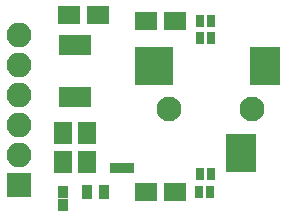
<source format=gts>
G04 #@! TF.GenerationSoftware,KiCad,Pcbnew,(5.0.0-3-g5ebb6b6)*
G04 #@! TF.CreationDate,2018-08-26T23:18:38+02:00*
G04 #@! TF.ProjectId,Pmod-I2S,506D6F642D4932532E6B696361645F70,rev?*
G04 #@! TF.SameCoordinates,Original*
G04 #@! TF.FileFunction,Soldermask,Top*
G04 #@! TF.FilePolarity,Negative*
%FSLAX46Y46*%
G04 Gerber Fmt 4.6, Leading zero omitted, Abs format (unit mm)*
G04 Created by KiCad (PCBNEW (5.0.0-3-g5ebb6b6)) date Sunday, 26 August 2018 at 23:18:38*
%MOMM*%
%LPD*%
G01*
G04 APERTURE LIST*
%ADD10R,1.900000X1.650000*%
%ADD11R,1.650000X1.900000*%
%ADD12O,2.100000X2.100000*%
%ADD13R,2.100000X2.100000*%
%ADD14R,0.900000X1.300000*%
%ADD15R,2.600000X3.200000*%
%ADD16R,3.200000X3.200000*%
%ADD17C,2.100000*%
%ADD18R,0.900000X1.000000*%
%ADD19R,1.000000X0.900000*%
%ADD20R,0.700000X1.800000*%
%ADD21R,0.800000X1.000000*%
G04 APERTURE END LIST*
D10*
G04 #@! TO.C,C7*
X102500000Y-62500000D03*
X105000000Y-62500000D03*
G04 #@! TD*
G04 #@! TO.C,C6*
X105000000Y-77000000D03*
X102500000Y-77000000D03*
G04 #@! TD*
D11*
G04 #@! TO.C,C5*
X95500000Y-74500000D03*
X95500000Y-72000000D03*
G04 #@! TD*
D10*
G04 #@! TO.C,C4*
X96000000Y-62000000D03*
X98500000Y-62000000D03*
G04 #@! TD*
D11*
G04 #@! TO.C,C2*
X97500000Y-74500000D03*
X97500000Y-72000000D03*
G04 #@! TD*
D12*
G04 #@! TO.C,J2*
X91800000Y-63700000D03*
X91800000Y-66240000D03*
X91800000Y-68780000D03*
X91800000Y-71320000D03*
X91800000Y-73860000D03*
D13*
X91800000Y-76400000D03*
G04 #@! TD*
D14*
G04 #@! TO.C,L1*
X99000000Y-77000000D03*
X97500000Y-77000000D03*
G04 #@! TD*
D15*
G04 #@! TO.C,J1*
X110600000Y-73700000D03*
X112600000Y-66300000D03*
D16*
X103200000Y-66300000D03*
D17*
X111500000Y-70000000D03*
X104500000Y-70000000D03*
G04 #@! TD*
D18*
G04 #@! TO.C,C1*
X95500000Y-77000000D03*
X95500000Y-78100000D03*
G04 #@! TD*
D19*
G04 #@! TO.C,C3*
X99950000Y-75000000D03*
X101050000Y-75000000D03*
G04 #@! TD*
D20*
G04 #@! TO.C,IC1*
X97500000Y-69000000D03*
X97000000Y-69000000D03*
X96500000Y-69000000D03*
X96000000Y-69000000D03*
X95500000Y-69000000D03*
X95500000Y-64600000D03*
X96000000Y-64600000D03*
X96500000Y-64600000D03*
X97000000Y-64600000D03*
X97500000Y-64600000D03*
G04 #@! TD*
D21*
G04 #@! TO.C,R1*
X107950000Y-77000000D03*
X107050000Y-77000000D03*
G04 #@! TD*
G04 #@! TO.C,R2*
X107100000Y-62500000D03*
X108000000Y-62500000D03*
G04 #@! TD*
G04 #@! TO.C,R3*
X107100000Y-75500000D03*
X108000000Y-75500000D03*
G04 #@! TD*
G04 #@! TO.C,R4*
X108000000Y-64000000D03*
X107100000Y-64000000D03*
G04 #@! TD*
M02*

</source>
